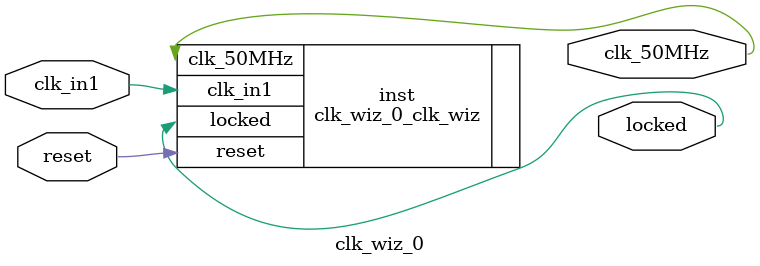
<source format=v>


`timescale 1ps/1ps

(* CORE_GENERATION_INFO = "clk_wiz_0,clk_wiz_v6_0_5_0_0,{component_name=clk_wiz_0,use_phase_alignment=true,use_min_o_jitter=false,use_max_i_jitter=false,use_dyn_phase_shift=false,use_inclk_switchover=false,use_dyn_reconfig=false,enable_axi=0,feedback_source=FDBK_AUTO,PRIMITIVE=MMCM,num_out_clk=1,clkin1_period=83.333,clkin2_period=10.0,use_power_down=false,use_reset=true,use_locked=true,use_inclk_stopped=false,feedback_type=SINGLE,CLOCK_MGR_TYPE=NA,manual_override=false}" *)

module clk_wiz_0 
 (
  // Clock out ports
  output        clk_50MHz,
  // Status and control signals
  input         reset,
  output        locked,
 // Clock in ports
  input         clk_in1
 );

  clk_wiz_0_clk_wiz inst
  (
  // Clock out ports  
  .clk_50MHz(clk_50MHz),
  // Status and control signals               
  .reset(reset), 
  .locked(locked),
 // Clock in ports
  .clk_in1(clk_in1)
  );

endmodule

</source>
